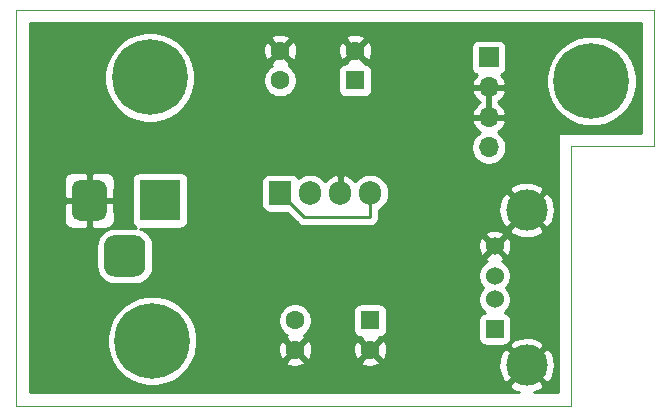
<source format=gbr>
%TF.GenerationSoftware,KiCad,Pcbnew,(5.1.6)-1*%
%TF.CreationDate,2020-05-29T18:25:57-04:00*%
%TF.ProjectId,storjNodePSU,73746f72-6a4e-46f6-9465-5053552e6b69,rev?*%
%TF.SameCoordinates,Original*%
%TF.FileFunction,Copper,L2,Bot*%
%TF.FilePolarity,Positive*%
%FSLAX46Y46*%
G04 Gerber Fmt 4.6, Leading zero omitted, Abs format (unit mm)*
G04 Created by KiCad (PCBNEW (5.1.6)-1) date 2020-05-29 18:25:57*
%MOMM*%
%LPD*%
G01*
G04 APERTURE LIST*
%TA.AperFunction,Profile*%
%ADD10C,0.050000*%
%TD*%
%TA.AperFunction,ComponentPad*%
%ADD11C,6.400000*%
%TD*%
%TA.AperFunction,ComponentPad*%
%ADD12C,0.800000*%
%TD*%
%TA.AperFunction,ComponentPad*%
%ADD13R,1.600000X1.600000*%
%TD*%
%TA.AperFunction,ComponentPad*%
%ADD14C,1.600000*%
%TD*%
%TA.AperFunction,ComponentPad*%
%ADD15R,3.500000X3.500000*%
%TD*%
%TA.AperFunction,ComponentPad*%
%ADD16C,3.500000*%
%TD*%
%TA.AperFunction,ComponentPad*%
%ADD17R,1.524000X1.524000*%
%TD*%
%TA.AperFunction,ComponentPad*%
%ADD18C,1.524000*%
%TD*%
%TA.AperFunction,ComponentPad*%
%ADD19R,1.700000X1.700000*%
%TD*%
%TA.AperFunction,ComponentPad*%
%ADD20O,1.700000X1.700000*%
%TD*%
%TA.AperFunction,ComponentPad*%
%ADD21R,1.905000X2.000000*%
%TD*%
%TA.AperFunction,ComponentPad*%
%ADD22O,1.905000X2.000000*%
%TD*%
%TA.AperFunction,Conductor*%
%ADD23C,0.250000*%
%TD*%
%TA.AperFunction,Conductor*%
%ADD24C,0.254000*%
%TD*%
G04 APERTURE END LIST*
D10*
X141500000Y-113500000D02*
X141500000Y-135500000D01*
X148500000Y-113500000D02*
X141500000Y-113500000D01*
X148500000Y-102000000D02*
X148500000Y-113500000D01*
X147000000Y-102000000D02*
X148500000Y-102000000D01*
X147000000Y-102000000D02*
X94500000Y-102000000D01*
X94500000Y-112500000D02*
X94500000Y-102000000D01*
X94500000Y-135500000D02*
X141500000Y-135500000D01*
X94500000Y-112500000D02*
X94500000Y-135500000D01*
D11*
%TO.P,MH3,1*%
%TO.N,N/C*%
X143200000Y-108000000D03*
D12*
X145600000Y-108000000D03*
X144897056Y-109697056D03*
X143200000Y-110400000D03*
X141502944Y-109697056D03*
X140800000Y-108000000D03*
X141502944Y-106302944D03*
X143200000Y-105600000D03*
X144897056Y-106302944D03*
%TD*%
D11*
%TO.P,MH2,1*%
%TO.N,N/C*%
X106000000Y-130000000D03*
D12*
X108400000Y-130000000D03*
X107697056Y-131697056D03*
X106000000Y-132400000D03*
X104302944Y-131697056D03*
X103600000Y-130000000D03*
X104302944Y-128302944D03*
X106000000Y-127600000D03*
X107697056Y-128302944D03*
%TD*%
%TO.P,MH1,1*%
%TO.N,N/C*%
X107500000Y-106000000D03*
X105802944Y-105297056D03*
X104105888Y-106000000D03*
X103402944Y-107697056D03*
X104105888Y-109394112D03*
X105802944Y-110097056D03*
X107500000Y-109394112D03*
X108202944Y-107697056D03*
D11*
X105802944Y-107697056D03*
%TD*%
D13*
%TO.P,C1,1*%
%TO.N,+12V*%
X123190000Y-107950000D03*
D14*
%TO.P,C1,2*%
%TO.N,GND*%
X123190000Y-105450000D03*
%TD*%
%TO.P,C2,2*%
%TO.N,GND*%
X124460000Y-130770000D03*
D13*
%TO.P,C2,1*%
%TO.N,+5V*%
X124460000Y-128270000D03*
%TD*%
D14*
%TO.P,C3,1*%
%TO.N,+12V*%
X116840000Y-107950000D03*
%TO.P,C3,2*%
%TO.N,GND*%
X116840000Y-105450000D03*
%TD*%
%TO.P,C4,2*%
%TO.N,GND*%
X118110000Y-130770000D03*
%TO.P,C4,1*%
%TO.N,+5V*%
X118110000Y-128270000D03*
%TD*%
D15*
%TO.P,J1,1*%
%TO.N,+12V*%
X106680000Y-118110000D03*
%TO.P,J1,2*%
%TO.N,GND*%
%TA.AperFunction,ComponentPad*%
G36*
G01*
X99180000Y-119110000D02*
X99180000Y-117110000D01*
G75*
G02*
X99930000Y-116360000I750000J0D01*
G01*
X101430000Y-116360000D01*
G75*
G02*
X102180000Y-117110000I0J-750000D01*
G01*
X102180000Y-119110000D01*
G75*
G02*
X101430000Y-119860000I-750000J0D01*
G01*
X99930000Y-119860000D01*
G75*
G02*
X99180000Y-119110000I0J750000D01*
G01*
G37*
%TD.AperFunction*%
%TO.P,J1,3*%
%TO.N,N/C*%
%TA.AperFunction,ComponentPad*%
G36*
G01*
X101930000Y-123685000D02*
X101930000Y-121935000D01*
G75*
G02*
X102805000Y-121060000I875000J0D01*
G01*
X104555000Y-121060000D01*
G75*
G02*
X105430000Y-121935000I0J-875000D01*
G01*
X105430000Y-123685000D01*
G75*
G02*
X104555000Y-124560000I-875000J0D01*
G01*
X102805000Y-124560000D01*
G75*
G02*
X101930000Y-123685000I0J875000D01*
G01*
G37*
%TD.AperFunction*%
%TD*%
D16*
%TO.P,J3,5*%
%TO.N,GND*%
X137710000Y-118930000D03*
X137710000Y-132070000D03*
D17*
%TO.P,J3,1*%
%TO.N,+5V*%
X135000000Y-129000000D03*
D18*
%TO.P,J3,2*%
%TO.N,Net-(J3-Pad2)*%
X135000000Y-126500000D03*
%TO.P,J3,3*%
%TO.N,Net-(J3-Pad3)*%
X135000000Y-124500000D03*
%TO.P,J3,4*%
%TO.N,GND*%
X135000000Y-122000000D03*
%TD*%
D19*
%TO.P,J4,1*%
%TO.N,+12V*%
X134500000Y-106000000D03*
D20*
%TO.P,J4,2*%
%TO.N,GND*%
X134500000Y-108540000D03*
%TO.P,J4,3*%
X134500000Y-111080000D03*
%TO.P,J4,4*%
%TO.N,+5V*%
X134500000Y-113620000D03*
%TD*%
D21*
%TO.P,U1,1*%
%TO.N,+12V*%
X116840000Y-117500000D03*
D22*
%TO.P,U1,2*%
%TO.N,+5V*%
X119380000Y-117500000D03*
%TO.P,U1,3*%
%TO.N,GND*%
X121920000Y-117500000D03*
%TO.P,U1,4*%
%TO.N,+12V*%
X124460000Y-117500000D03*
%TD*%
D23*
%TO.N,+12V*%
X124460000Y-117500000D02*
X124460000Y-119540000D01*
X118880000Y-119540000D02*
X116840000Y-117500000D01*
X124460000Y-119540000D02*
X118880000Y-119540000D01*
%TD*%
D24*
%TO.N,GND*%
G36*
X147373000Y-112373000D02*
G01*
X140500000Y-112373000D01*
X140475224Y-112375440D01*
X140451399Y-112382667D01*
X140429443Y-112394403D01*
X140410197Y-112410197D01*
X140394403Y-112429443D01*
X140382667Y-112451399D01*
X140375440Y-112475224D01*
X140373000Y-112500000D01*
X140373000Y-134373000D01*
X138338074Y-134373000D01*
X138657468Y-134271297D01*
X139013927Y-134080766D01*
X139200003Y-133739609D01*
X137710000Y-132249605D01*
X136219997Y-133739609D01*
X136406073Y-134080766D01*
X136823409Y-134296513D01*
X137088626Y-134373000D01*
X95627000Y-134373000D01*
X95627000Y-129622285D01*
X102165000Y-129622285D01*
X102165000Y-130377715D01*
X102312377Y-131118628D01*
X102601467Y-131816554D01*
X103021161Y-132444670D01*
X103555330Y-132978839D01*
X104183446Y-133398533D01*
X104881372Y-133687623D01*
X105622285Y-133835000D01*
X106377715Y-133835000D01*
X107118628Y-133687623D01*
X107816554Y-133398533D01*
X108444670Y-132978839D01*
X108978839Y-132444670D01*
X109398533Y-131816554D01*
X109420839Y-131762702D01*
X117296903Y-131762702D01*
X117368486Y-132006671D01*
X117623996Y-132127571D01*
X117898184Y-132196300D01*
X118180512Y-132210217D01*
X118460130Y-132168787D01*
X118726292Y-132073603D01*
X118851514Y-132006671D01*
X118923097Y-131762702D01*
X123646903Y-131762702D01*
X123718486Y-132006671D01*
X123973996Y-132127571D01*
X124248184Y-132196300D01*
X124530512Y-132210217D01*
X124810130Y-132168787D01*
X124994240Y-132102946D01*
X135313687Y-132102946D01*
X135366158Y-132569811D01*
X135508703Y-133017468D01*
X135699234Y-133373927D01*
X136040391Y-133560003D01*
X137530395Y-132070000D01*
X137889605Y-132070000D01*
X139379609Y-133560003D01*
X139720766Y-133373927D01*
X139936513Y-132956591D01*
X140066696Y-132505185D01*
X140106313Y-132037054D01*
X140053842Y-131570189D01*
X139911297Y-131122532D01*
X139720766Y-130766073D01*
X139379609Y-130579997D01*
X137889605Y-132070000D01*
X137530395Y-132070000D01*
X136040391Y-130579997D01*
X135699234Y-130766073D01*
X135483487Y-131183409D01*
X135353304Y-131634815D01*
X135313687Y-132102946D01*
X124994240Y-132102946D01*
X125076292Y-132073603D01*
X125201514Y-132006671D01*
X125273097Y-131762702D01*
X124460000Y-130949605D01*
X123646903Y-131762702D01*
X118923097Y-131762702D01*
X118110000Y-130949605D01*
X117296903Y-131762702D01*
X109420839Y-131762702D01*
X109687623Y-131118628D01*
X109742943Y-130840512D01*
X116669783Y-130840512D01*
X116711213Y-131120130D01*
X116806397Y-131386292D01*
X116873329Y-131511514D01*
X117117298Y-131583097D01*
X117930395Y-130770000D01*
X118289605Y-130770000D01*
X119102702Y-131583097D01*
X119346671Y-131511514D01*
X119467571Y-131256004D01*
X119536300Y-130981816D01*
X119543265Y-130840512D01*
X123019783Y-130840512D01*
X123061213Y-131120130D01*
X123156397Y-131386292D01*
X123223329Y-131511514D01*
X123467298Y-131583097D01*
X124280395Y-130770000D01*
X124639605Y-130770000D01*
X125452702Y-131583097D01*
X125696671Y-131511514D01*
X125817571Y-131256004D01*
X125886300Y-130981816D01*
X125900217Y-130699488D01*
X125858787Y-130419870D01*
X125851821Y-130400391D01*
X136219997Y-130400391D01*
X137710000Y-131890395D01*
X139200003Y-130400391D01*
X139013927Y-130059234D01*
X138596591Y-129843487D01*
X138145185Y-129713304D01*
X137677054Y-129673687D01*
X137210189Y-129726158D01*
X136762532Y-129868703D01*
X136406073Y-130059234D01*
X136219997Y-130400391D01*
X125851821Y-130400391D01*
X125763603Y-130153708D01*
X125696671Y-130028486D01*
X125452702Y-129956903D01*
X124639605Y-130770000D01*
X124280395Y-130770000D01*
X123467298Y-129956903D01*
X123223329Y-130028486D01*
X123102429Y-130283996D01*
X123033700Y-130558184D01*
X123019783Y-130840512D01*
X119543265Y-130840512D01*
X119550217Y-130699488D01*
X119508787Y-130419870D01*
X119413603Y-130153708D01*
X119346671Y-130028486D01*
X119102702Y-129956903D01*
X118289605Y-130770000D01*
X117930395Y-130770000D01*
X117117298Y-129956903D01*
X116873329Y-130028486D01*
X116752429Y-130283996D01*
X116683700Y-130558184D01*
X116669783Y-130840512D01*
X109742943Y-130840512D01*
X109835000Y-130377715D01*
X109835000Y-129622285D01*
X109687623Y-128881372D01*
X109398533Y-128183446D01*
X109361930Y-128128665D01*
X116675000Y-128128665D01*
X116675000Y-128411335D01*
X116730147Y-128688574D01*
X116838320Y-128949727D01*
X116995363Y-129184759D01*
X117195241Y-129384637D01*
X117395869Y-129518692D01*
X117368486Y-129533329D01*
X117296903Y-129777298D01*
X118110000Y-130590395D01*
X118923097Y-129777298D01*
X118851514Y-129533329D01*
X118822659Y-129519676D01*
X119024759Y-129384637D01*
X119224637Y-129184759D01*
X119381680Y-128949727D01*
X119489853Y-128688574D01*
X119545000Y-128411335D01*
X119545000Y-128128665D01*
X119489853Y-127851426D01*
X119381680Y-127590273D01*
X119301317Y-127470000D01*
X123021928Y-127470000D01*
X123021928Y-129070000D01*
X123034188Y-129194482D01*
X123070498Y-129314180D01*
X123129463Y-129424494D01*
X123208815Y-129521185D01*
X123305506Y-129600537D01*
X123415820Y-129659502D01*
X123535518Y-129695812D01*
X123660000Y-129708072D01*
X123667215Y-129708072D01*
X123646903Y-129777298D01*
X124460000Y-130590395D01*
X125273097Y-129777298D01*
X125252785Y-129708072D01*
X125260000Y-129708072D01*
X125384482Y-129695812D01*
X125504180Y-129659502D01*
X125614494Y-129600537D01*
X125711185Y-129521185D01*
X125790537Y-129424494D01*
X125849502Y-129314180D01*
X125885812Y-129194482D01*
X125898072Y-129070000D01*
X125898072Y-128238000D01*
X133599928Y-128238000D01*
X133599928Y-129762000D01*
X133612188Y-129886482D01*
X133648498Y-130006180D01*
X133707463Y-130116494D01*
X133786815Y-130213185D01*
X133883506Y-130292537D01*
X133993820Y-130351502D01*
X134113518Y-130387812D01*
X134238000Y-130400072D01*
X135762000Y-130400072D01*
X135886482Y-130387812D01*
X136006180Y-130351502D01*
X136116494Y-130292537D01*
X136213185Y-130213185D01*
X136292537Y-130116494D01*
X136351502Y-130006180D01*
X136387812Y-129886482D01*
X136400072Y-129762000D01*
X136400072Y-128238000D01*
X136387812Y-128113518D01*
X136351502Y-127993820D01*
X136292537Y-127883506D01*
X136213185Y-127786815D01*
X136116494Y-127707463D01*
X136006180Y-127648498D01*
X135886482Y-127612188D01*
X135854708Y-127609059D01*
X135890535Y-127585120D01*
X136085120Y-127390535D01*
X136238005Y-127161727D01*
X136343314Y-126907490D01*
X136397000Y-126637592D01*
X136397000Y-126362408D01*
X136343314Y-126092510D01*
X136238005Y-125838273D01*
X136085120Y-125609465D01*
X135975655Y-125500000D01*
X136085120Y-125390535D01*
X136238005Y-125161727D01*
X136343314Y-124907490D01*
X136397000Y-124637592D01*
X136397000Y-124362408D01*
X136343314Y-124092510D01*
X136238005Y-123838273D01*
X136085120Y-123609465D01*
X135890535Y-123414880D01*
X135661727Y-123261995D01*
X135634599Y-123250758D01*
X135718980Y-123205656D01*
X135785960Y-122965565D01*
X135000000Y-122179605D01*
X134214040Y-122965565D01*
X134281020Y-123205656D01*
X134371533Y-123248218D01*
X134338273Y-123261995D01*
X134109465Y-123414880D01*
X133914880Y-123609465D01*
X133761995Y-123838273D01*
X133656686Y-124092510D01*
X133603000Y-124362408D01*
X133603000Y-124637592D01*
X133656686Y-124907490D01*
X133761995Y-125161727D01*
X133914880Y-125390535D01*
X134024345Y-125500000D01*
X133914880Y-125609465D01*
X133761995Y-125838273D01*
X133656686Y-126092510D01*
X133603000Y-126362408D01*
X133603000Y-126637592D01*
X133656686Y-126907490D01*
X133761995Y-127161727D01*
X133914880Y-127390535D01*
X134109465Y-127585120D01*
X134145292Y-127609059D01*
X134113518Y-127612188D01*
X133993820Y-127648498D01*
X133883506Y-127707463D01*
X133786815Y-127786815D01*
X133707463Y-127883506D01*
X133648498Y-127993820D01*
X133612188Y-128113518D01*
X133599928Y-128238000D01*
X125898072Y-128238000D01*
X125898072Y-127470000D01*
X125885812Y-127345518D01*
X125849502Y-127225820D01*
X125790537Y-127115506D01*
X125711185Y-127018815D01*
X125614494Y-126939463D01*
X125504180Y-126880498D01*
X125384482Y-126844188D01*
X125260000Y-126831928D01*
X123660000Y-126831928D01*
X123535518Y-126844188D01*
X123415820Y-126880498D01*
X123305506Y-126939463D01*
X123208815Y-127018815D01*
X123129463Y-127115506D01*
X123070498Y-127225820D01*
X123034188Y-127345518D01*
X123021928Y-127470000D01*
X119301317Y-127470000D01*
X119224637Y-127355241D01*
X119024759Y-127155363D01*
X118789727Y-126998320D01*
X118528574Y-126890147D01*
X118251335Y-126835000D01*
X117968665Y-126835000D01*
X117691426Y-126890147D01*
X117430273Y-126998320D01*
X117195241Y-127155363D01*
X116995363Y-127355241D01*
X116838320Y-127590273D01*
X116730147Y-127851426D01*
X116675000Y-128128665D01*
X109361930Y-128128665D01*
X108978839Y-127555330D01*
X108444670Y-127021161D01*
X107816554Y-126601467D01*
X107118628Y-126312377D01*
X106377715Y-126165000D01*
X105622285Y-126165000D01*
X104881372Y-126312377D01*
X104183446Y-126601467D01*
X103555330Y-127021161D01*
X103021161Y-127555330D01*
X102601467Y-128183446D01*
X102312377Y-128881372D01*
X102165000Y-129622285D01*
X95627000Y-129622285D01*
X95627000Y-121935000D01*
X101291928Y-121935000D01*
X101291928Y-123685000D01*
X101321001Y-123980186D01*
X101407104Y-124264028D01*
X101546927Y-124525618D01*
X101735097Y-124754903D01*
X101964382Y-124943073D01*
X102225972Y-125082896D01*
X102509814Y-125168999D01*
X102805000Y-125198072D01*
X104555000Y-125198072D01*
X104850186Y-125168999D01*
X105134028Y-125082896D01*
X105395618Y-124943073D01*
X105624903Y-124754903D01*
X105813073Y-124525618D01*
X105952896Y-124264028D01*
X106038999Y-123980186D01*
X106068072Y-123685000D01*
X106068072Y-122072017D01*
X133598090Y-122072017D01*
X133639078Y-122344133D01*
X133732364Y-122603023D01*
X133794344Y-122718980D01*
X134034435Y-122785960D01*
X134820395Y-122000000D01*
X135179605Y-122000000D01*
X135965565Y-122785960D01*
X136205656Y-122718980D01*
X136322756Y-122469952D01*
X136389023Y-122202865D01*
X136401910Y-121927983D01*
X136360922Y-121655867D01*
X136267636Y-121396977D01*
X136205656Y-121281020D01*
X135965565Y-121214040D01*
X135179605Y-122000000D01*
X134820395Y-122000000D01*
X134034435Y-121214040D01*
X133794344Y-121281020D01*
X133677244Y-121530048D01*
X133610977Y-121797135D01*
X133598090Y-122072017D01*
X106068072Y-122072017D01*
X106068072Y-121935000D01*
X106038999Y-121639814D01*
X105952896Y-121355972D01*
X105813073Y-121094382D01*
X105763876Y-121034435D01*
X134214040Y-121034435D01*
X135000000Y-121820395D01*
X135785960Y-121034435D01*
X135718980Y-120794344D01*
X135469952Y-120677244D01*
X135202865Y-120610977D01*
X134960384Y-120599609D01*
X136219997Y-120599609D01*
X136406073Y-120940766D01*
X136823409Y-121156513D01*
X137274815Y-121286696D01*
X137742946Y-121326313D01*
X138209811Y-121273842D01*
X138657468Y-121131297D01*
X139013927Y-120940766D01*
X139200003Y-120599609D01*
X137710000Y-119109605D01*
X136219997Y-120599609D01*
X134960384Y-120599609D01*
X134927983Y-120598090D01*
X134655867Y-120639078D01*
X134396977Y-120732364D01*
X134281020Y-120794344D01*
X134214040Y-121034435D01*
X105763876Y-121034435D01*
X105624903Y-120865097D01*
X105395618Y-120676927D01*
X105134028Y-120537104D01*
X105005357Y-120498072D01*
X108430000Y-120498072D01*
X108554482Y-120485812D01*
X108674180Y-120449502D01*
X108784494Y-120390537D01*
X108881185Y-120311185D01*
X108960537Y-120214494D01*
X109019502Y-120104180D01*
X109055812Y-119984482D01*
X109068072Y-119860000D01*
X109068072Y-116500000D01*
X115249428Y-116500000D01*
X115249428Y-118500000D01*
X115261688Y-118624482D01*
X115297998Y-118744180D01*
X115356963Y-118854494D01*
X115436315Y-118951185D01*
X115533006Y-119030537D01*
X115643320Y-119089502D01*
X115763018Y-119125812D01*
X115887500Y-119138072D01*
X117403270Y-119138072D01*
X118316201Y-120051003D01*
X118339999Y-120080001D01*
X118455724Y-120174974D01*
X118587753Y-120245546D01*
X118731014Y-120289003D01*
X118842667Y-120300000D01*
X118842675Y-120300000D01*
X118880000Y-120303676D01*
X118917325Y-120300000D01*
X124422667Y-120300000D01*
X124460000Y-120303677D01*
X124608986Y-120289003D01*
X124752247Y-120245546D01*
X124884276Y-120174974D01*
X125000001Y-120080001D01*
X125094974Y-119964276D01*
X125165546Y-119832247D01*
X125209003Y-119688986D01*
X125220000Y-119577333D01*
X125223677Y-119540000D01*
X125220000Y-119502667D01*
X125220000Y-118962946D01*
X135313687Y-118962946D01*
X135366158Y-119429811D01*
X135508703Y-119877468D01*
X135699234Y-120233927D01*
X136040391Y-120420003D01*
X137530395Y-118930000D01*
X137889605Y-118930000D01*
X139379609Y-120420003D01*
X139720766Y-120233927D01*
X139936513Y-119816591D01*
X140066696Y-119365185D01*
X140106313Y-118897054D01*
X140053842Y-118430189D01*
X139911297Y-117982532D01*
X139720766Y-117626073D01*
X139379609Y-117439997D01*
X137889605Y-118930000D01*
X137530395Y-118930000D01*
X136040391Y-117439997D01*
X135699234Y-117626073D01*
X135483487Y-118043409D01*
X135353304Y-118494815D01*
X135313687Y-118962946D01*
X125220000Y-118962946D01*
X125220000Y-118941319D01*
X125346235Y-118873845D01*
X125587963Y-118675463D01*
X125786345Y-118433734D01*
X125933755Y-118157948D01*
X126024530Y-117858703D01*
X126047500Y-117625485D01*
X126047500Y-117374514D01*
X126036260Y-117260391D01*
X136219997Y-117260391D01*
X137710000Y-118750395D01*
X139200003Y-117260391D01*
X139013927Y-116919234D01*
X138596591Y-116703487D01*
X138145185Y-116573304D01*
X137677054Y-116533687D01*
X137210189Y-116586158D01*
X136762532Y-116728703D01*
X136406073Y-116919234D01*
X136219997Y-117260391D01*
X126036260Y-117260391D01*
X126024530Y-117141296D01*
X125933755Y-116842051D01*
X125786345Y-116566265D01*
X125587963Y-116324537D01*
X125346234Y-116126155D01*
X125070448Y-115978745D01*
X124771203Y-115887970D01*
X124460000Y-115857319D01*
X124148796Y-115887970D01*
X123849551Y-115978745D01*
X123573765Y-116126155D01*
X123332037Y-116324537D01*
X123184838Y-116503900D01*
X123029437Y-116318685D01*
X122786923Y-116124031D01*
X122511094Y-115980429D01*
X122292980Y-115909437D01*
X122047000Y-116029406D01*
X122047000Y-117373000D01*
X122067000Y-117373000D01*
X122067000Y-117627000D01*
X122047000Y-117627000D01*
X122047000Y-117647000D01*
X121793000Y-117647000D01*
X121793000Y-117627000D01*
X121773000Y-117627000D01*
X121773000Y-117373000D01*
X121793000Y-117373000D01*
X121793000Y-116029406D01*
X121547020Y-115909437D01*
X121328906Y-115980429D01*
X121053077Y-116124031D01*
X120810563Y-116318685D01*
X120655163Y-116503899D01*
X120507963Y-116324537D01*
X120266234Y-116126155D01*
X119990448Y-115978745D01*
X119691203Y-115887970D01*
X119380000Y-115857319D01*
X119068796Y-115887970D01*
X118769551Y-115978745D01*
X118493765Y-116126155D01*
X118367905Y-116229446D01*
X118323037Y-116145506D01*
X118243685Y-116048815D01*
X118146994Y-115969463D01*
X118036680Y-115910498D01*
X117916982Y-115874188D01*
X117792500Y-115861928D01*
X115887500Y-115861928D01*
X115763018Y-115874188D01*
X115643320Y-115910498D01*
X115533006Y-115969463D01*
X115436315Y-116048815D01*
X115356963Y-116145506D01*
X115297998Y-116255820D01*
X115261688Y-116375518D01*
X115249428Y-116500000D01*
X109068072Y-116500000D01*
X109068072Y-116360000D01*
X109055812Y-116235518D01*
X109019502Y-116115820D01*
X108960537Y-116005506D01*
X108881185Y-115908815D01*
X108784494Y-115829463D01*
X108674180Y-115770498D01*
X108554482Y-115734188D01*
X108430000Y-115721928D01*
X104930000Y-115721928D01*
X104805518Y-115734188D01*
X104685820Y-115770498D01*
X104575506Y-115829463D01*
X104478815Y-115908815D01*
X104399463Y-116005506D01*
X104340498Y-116115820D01*
X104304188Y-116235518D01*
X104291928Y-116360000D01*
X104291928Y-119860000D01*
X104304188Y-119984482D01*
X104340498Y-120104180D01*
X104399463Y-120214494D01*
X104478815Y-120311185D01*
X104575506Y-120390537D01*
X104652131Y-120431494D01*
X104555000Y-120421928D01*
X102805000Y-120421928D01*
X102509814Y-120451001D01*
X102225972Y-120537104D01*
X101964382Y-120676927D01*
X101735097Y-120865097D01*
X101546927Y-121094382D01*
X101407104Y-121355972D01*
X101321001Y-121639814D01*
X101291928Y-121935000D01*
X95627000Y-121935000D01*
X95627000Y-119860000D01*
X98541928Y-119860000D01*
X98554188Y-119984482D01*
X98590498Y-120104180D01*
X98649463Y-120214494D01*
X98728815Y-120311185D01*
X98825506Y-120390537D01*
X98935820Y-120449502D01*
X99055518Y-120485812D01*
X99180000Y-120498072D01*
X100394250Y-120495000D01*
X100553000Y-120336250D01*
X100553000Y-118237000D01*
X100807000Y-118237000D01*
X100807000Y-120336250D01*
X100965750Y-120495000D01*
X102180000Y-120498072D01*
X102304482Y-120485812D01*
X102424180Y-120449502D01*
X102534494Y-120390537D01*
X102631185Y-120311185D01*
X102710537Y-120214494D01*
X102769502Y-120104180D01*
X102805812Y-119984482D01*
X102818072Y-119860000D01*
X102815000Y-118395750D01*
X102656250Y-118237000D01*
X100807000Y-118237000D01*
X100553000Y-118237000D01*
X98703750Y-118237000D01*
X98545000Y-118395750D01*
X98541928Y-119860000D01*
X95627000Y-119860000D01*
X95627000Y-116360000D01*
X98541928Y-116360000D01*
X98545000Y-117824250D01*
X98703750Y-117983000D01*
X100553000Y-117983000D01*
X100553000Y-115883750D01*
X100807000Y-115883750D01*
X100807000Y-117983000D01*
X102656250Y-117983000D01*
X102815000Y-117824250D01*
X102818072Y-116360000D01*
X102805812Y-116235518D01*
X102769502Y-116115820D01*
X102710537Y-116005506D01*
X102631185Y-115908815D01*
X102534494Y-115829463D01*
X102424180Y-115770498D01*
X102304482Y-115734188D01*
X102180000Y-115721928D01*
X100965750Y-115725000D01*
X100807000Y-115883750D01*
X100553000Y-115883750D01*
X100394250Y-115725000D01*
X99180000Y-115721928D01*
X99055518Y-115734188D01*
X98935820Y-115770498D01*
X98825506Y-115829463D01*
X98728815Y-115908815D01*
X98649463Y-116005506D01*
X98590498Y-116115820D01*
X98554188Y-116235518D01*
X98541928Y-116360000D01*
X95627000Y-116360000D01*
X95627000Y-113473740D01*
X133015000Y-113473740D01*
X133015000Y-113766260D01*
X133072068Y-114053158D01*
X133184010Y-114323411D01*
X133346525Y-114566632D01*
X133553368Y-114773475D01*
X133796589Y-114935990D01*
X134066842Y-115047932D01*
X134353740Y-115105000D01*
X134646260Y-115105000D01*
X134933158Y-115047932D01*
X135203411Y-114935990D01*
X135446632Y-114773475D01*
X135653475Y-114566632D01*
X135815990Y-114323411D01*
X135927932Y-114053158D01*
X135985000Y-113766260D01*
X135985000Y-113473740D01*
X135927932Y-113186842D01*
X135815990Y-112916589D01*
X135653475Y-112673368D01*
X135446632Y-112466525D01*
X135264466Y-112344805D01*
X135381355Y-112275178D01*
X135597588Y-112080269D01*
X135771641Y-111846920D01*
X135896825Y-111584099D01*
X135941476Y-111436890D01*
X135820155Y-111207000D01*
X134627000Y-111207000D01*
X134627000Y-111227000D01*
X134373000Y-111227000D01*
X134373000Y-111207000D01*
X133179845Y-111207000D01*
X133058524Y-111436890D01*
X133103175Y-111584099D01*
X133228359Y-111846920D01*
X133402412Y-112080269D01*
X133618645Y-112275178D01*
X133735534Y-112344805D01*
X133553368Y-112466525D01*
X133346525Y-112673368D01*
X133184010Y-112916589D01*
X133072068Y-113186842D01*
X133015000Y-113473740D01*
X95627000Y-113473740D01*
X95627000Y-107319341D01*
X101967944Y-107319341D01*
X101967944Y-108074771D01*
X102115321Y-108815684D01*
X102404411Y-109513610D01*
X102824105Y-110141726D01*
X103358274Y-110675895D01*
X103986390Y-111095589D01*
X104684316Y-111384679D01*
X105425229Y-111532056D01*
X106180659Y-111532056D01*
X106921572Y-111384679D01*
X107619498Y-111095589D01*
X108247614Y-110675895D01*
X108781783Y-110141726D01*
X109201477Y-109513610D01*
X109490567Y-108815684D01*
X109637944Y-108074771D01*
X109637944Y-107808665D01*
X115405000Y-107808665D01*
X115405000Y-108091335D01*
X115460147Y-108368574D01*
X115568320Y-108629727D01*
X115725363Y-108864759D01*
X115925241Y-109064637D01*
X116160273Y-109221680D01*
X116421426Y-109329853D01*
X116698665Y-109385000D01*
X116981335Y-109385000D01*
X117258574Y-109329853D01*
X117519727Y-109221680D01*
X117754759Y-109064637D01*
X117954637Y-108864759D01*
X118111680Y-108629727D01*
X118219853Y-108368574D01*
X118275000Y-108091335D01*
X118275000Y-107808665D01*
X118219853Y-107531426D01*
X118111680Y-107270273D01*
X118031317Y-107150000D01*
X121751928Y-107150000D01*
X121751928Y-108750000D01*
X121764188Y-108874482D01*
X121800498Y-108994180D01*
X121859463Y-109104494D01*
X121938815Y-109201185D01*
X122035506Y-109280537D01*
X122145820Y-109339502D01*
X122265518Y-109375812D01*
X122390000Y-109388072D01*
X123990000Y-109388072D01*
X124114482Y-109375812D01*
X124234180Y-109339502D01*
X124344494Y-109280537D01*
X124441185Y-109201185D01*
X124520537Y-109104494D01*
X124579502Y-108994180D01*
X124609014Y-108896890D01*
X133058524Y-108896890D01*
X133103175Y-109044099D01*
X133228359Y-109306920D01*
X133402412Y-109540269D01*
X133618645Y-109735178D01*
X133744255Y-109810000D01*
X133618645Y-109884822D01*
X133402412Y-110079731D01*
X133228359Y-110313080D01*
X133103175Y-110575901D01*
X133058524Y-110723110D01*
X133179845Y-110953000D01*
X134373000Y-110953000D01*
X134373000Y-108667000D01*
X134627000Y-108667000D01*
X134627000Y-110953000D01*
X135820155Y-110953000D01*
X135941476Y-110723110D01*
X135896825Y-110575901D01*
X135771641Y-110313080D01*
X135597588Y-110079731D01*
X135381355Y-109884822D01*
X135255745Y-109810000D01*
X135381355Y-109735178D01*
X135597588Y-109540269D01*
X135771641Y-109306920D01*
X135896825Y-109044099D01*
X135941476Y-108896890D01*
X135820155Y-108667000D01*
X134627000Y-108667000D01*
X134373000Y-108667000D01*
X133179845Y-108667000D01*
X133058524Y-108896890D01*
X124609014Y-108896890D01*
X124615812Y-108874482D01*
X124628072Y-108750000D01*
X124628072Y-107150000D01*
X124615812Y-107025518D01*
X124579502Y-106905820D01*
X124520537Y-106795506D01*
X124441185Y-106698815D01*
X124344494Y-106619463D01*
X124234180Y-106560498D01*
X124114482Y-106524188D01*
X123990000Y-106511928D01*
X123982785Y-106511928D01*
X124003097Y-106442702D01*
X123190000Y-105629605D01*
X122376903Y-106442702D01*
X122397215Y-106511928D01*
X122390000Y-106511928D01*
X122265518Y-106524188D01*
X122145820Y-106560498D01*
X122035506Y-106619463D01*
X121938815Y-106698815D01*
X121859463Y-106795506D01*
X121800498Y-106905820D01*
X121764188Y-107025518D01*
X121751928Y-107150000D01*
X118031317Y-107150000D01*
X117954637Y-107035241D01*
X117754759Y-106835363D01*
X117554131Y-106701308D01*
X117581514Y-106686671D01*
X117653097Y-106442702D01*
X116840000Y-105629605D01*
X116026903Y-106442702D01*
X116098486Y-106686671D01*
X116127341Y-106700324D01*
X115925241Y-106835363D01*
X115725363Y-107035241D01*
X115568320Y-107270273D01*
X115460147Y-107531426D01*
X115405000Y-107808665D01*
X109637944Y-107808665D01*
X109637944Y-107319341D01*
X109490567Y-106578428D01*
X109201477Y-105880502D01*
X108960940Y-105520512D01*
X115399783Y-105520512D01*
X115441213Y-105800130D01*
X115536397Y-106066292D01*
X115603329Y-106191514D01*
X115847298Y-106263097D01*
X116660395Y-105450000D01*
X117019605Y-105450000D01*
X117832702Y-106263097D01*
X118076671Y-106191514D01*
X118197571Y-105936004D01*
X118266300Y-105661816D01*
X118273265Y-105520512D01*
X121749783Y-105520512D01*
X121791213Y-105800130D01*
X121886397Y-106066292D01*
X121953329Y-106191514D01*
X122197298Y-106263097D01*
X123010395Y-105450000D01*
X123369605Y-105450000D01*
X124182702Y-106263097D01*
X124426671Y-106191514D01*
X124547571Y-105936004D01*
X124616300Y-105661816D01*
X124630217Y-105379488D01*
X124596215Y-105150000D01*
X133011928Y-105150000D01*
X133011928Y-106850000D01*
X133024188Y-106974482D01*
X133060498Y-107094180D01*
X133119463Y-107204494D01*
X133198815Y-107301185D01*
X133295506Y-107380537D01*
X133405820Y-107439502D01*
X133486466Y-107463966D01*
X133402412Y-107539731D01*
X133228359Y-107773080D01*
X133103175Y-108035901D01*
X133058524Y-108183110D01*
X133179845Y-108413000D01*
X134373000Y-108413000D01*
X134373000Y-108393000D01*
X134627000Y-108393000D01*
X134627000Y-108413000D01*
X135820155Y-108413000D01*
X135941476Y-108183110D01*
X135896825Y-108035901D01*
X135771641Y-107773080D01*
X135659165Y-107622285D01*
X139365000Y-107622285D01*
X139365000Y-108377715D01*
X139512377Y-109118628D01*
X139801467Y-109816554D01*
X140221161Y-110444670D01*
X140755330Y-110978839D01*
X141383446Y-111398533D01*
X142081372Y-111687623D01*
X142822285Y-111835000D01*
X143577715Y-111835000D01*
X144318628Y-111687623D01*
X145016554Y-111398533D01*
X145644670Y-110978839D01*
X146178839Y-110444670D01*
X146598533Y-109816554D01*
X146887623Y-109118628D01*
X147035000Y-108377715D01*
X147035000Y-107622285D01*
X146887623Y-106881372D01*
X146598533Y-106183446D01*
X146178839Y-105555330D01*
X145644670Y-105021161D01*
X145016554Y-104601467D01*
X144318628Y-104312377D01*
X143577715Y-104165000D01*
X142822285Y-104165000D01*
X142081372Y-104312377D01*
X141383446Y-104601467D01*
X140755330Y-105021161D01*
X140221161Y-105555330D01*
X139801467Y-106183446D01*
X139512377Y-106881372D01*
X139365000Y-107622285D01*
X135659165Y-107622285D01*
X135597588Y-107539731D01*
X135513534Y-107463966D01*
X135594180Y-107439502D01*
X135704494Y-107380537D01*
X135801185Y-107301185D01*
X135880537Y-107204494D01*
X135939502Y-107094180D01*
X135975812Y-106974482D01*
X135988072Y-106850000D01*
X135988072Y-105150000D01*
X135975812Y-105025518D01*
X135939502Y-104905820D01*
X135880537Y-104795506D01*
X135801185Y-104698815D01*
X135704494Y-104619463D01*
X135594180Y-104560498D01*
X135474482Y-104524188D01*
X135350000Y-104511928D01*
X133650000Y-104511928D01*
X133525518Y-104524188D01*
X133405820Y-104560498D01*
X133295506Y-104619463D01*
X133198815Y-104698815D01*
X133119463Y-104795506D01*
X133060498Y-104905820D01*
X133024188Y-105025518D01*
X133011928Y-105150000D01*
X124596215Y-105150000D01*
X124588787Y-105099870D01*
X124493603Y-104833708D01*
X124426671Y-104708486D01*
X124182702Y-104636903D01*
X123369605Y-105450000D01*
X123010395Y-105450000D01*
X122197298Y-104636903D01*
X121953329Y-104708486D01*
X121832429Y-104963996D01*
X121763700Y-105238184D01*
X121749783Y-105520512D01*
X118273265Y-105520512D01*
X118280217Y-105379488D01*
X118238787Y-105099870D01*
X118143603Y-104833708D01*
X118076671Y-104708486D01*
X117832702Y-104636903D01*
X117019605Y-105450000D01*
X116660395Y-105450000D01*
X115847298Y-104636903D01*
X115603329Y-104708486D01*
X115482429Y-104963996D01*
X115413700Y-105238184D01*
X115399783Y-105520512D01*
X108960940Y-105520512D01*
X108781783Y-105252386D01*
X108247614Y-104718217D01*
X107857122Y-104457298D01*
X116026903Y-104457298D01*
X116840000Y-105270395D01*
X117653097Y-104457298D01*
X122376903Y-104457298D01*
X123190000Y-105270395D01*
X124003097Y-104457298D01*
X123931514Y-104213329D01*
X123676004Y-104092429D01*
X123401816Y-104023700D01*
X123119488Y-104009783D01*
X122839870Y-104051213D01*
X122573708Y-104146397D01*
X122448486Y-104213329D01*
X122376903Y-104457298D01*
X117653097Y-104457298D01*
X117581514Y-104213329D01*
X117326004Y-104092429D01*
X117051816Y-104023700D01*
X116769488Y-104009783D01*
X116489870Y-104051213D01*
X116223708Y-104146397D01*
X116098486Y-104213329D01*
X116026903Y-104457298D01*
X107857122Y-104457298D01*
X107619498Y-104298523D01*
X106921572Y-104009433D01*
X106180659Y-103862056D01*
X105425229Y-103862056D01*
X104684316Y-104009433D01*
X103986390Y-104298523D01*
X103358274Y-104718217D01*
X102824105Y-105252386D01*
X102404411Y-105880502D01*
X102115321Y-106578428D01*
X101967944Y-107319341D01*
X95627000Y-107319341D01*
X95627000Y-103127000D01*
X147373000Y-103127000D01*
X147373000Y-112373000D01*
G37*
X147373000Y-112373000D02*
X140500000Y-112373000D01*
X140475224Y-112375440D01*
X140451399Y-112382667D01*
X140429443Y-112394403D01*
X140410197Y-112410197D01*
X140394403Y-112429443D01*
X140382667Y-112451399D01*
X140375440Y-112475224D01*
X140373000Y-112500000D01*
X140373000Y-134373000D01*
X138338074Y-134373000D01*
X138657468Y-134271297D01*
X139013927Y-134080766D01*
X139200003Y-133739609D01*
X137710000Y-132249605D01*
X136219997Y-133739609D01*
X136406073Y-134080766D01*
X136823409Y-134296513D01*
X137088626Y-134373000D01*
X95627000Y-134373000D01*
X95627000Y-129622285D01*
X102165000Y-129622285D01*
X102165000Y-130377715D01*
X102312377Y-131118628D01*
X102601467Y-131816554D01*
X103021161Y-132444670D01*
X103555330Y-132978839D01*
X104183446Y-133398533D01*
X104881372Y-133687623D01*
X105622285Y-133835000D01*
X106377715Y-133835000D01*
X107118628Y-133687623D01*
X107816554Y-133398533D01*
X108444670Y-132978839D01*
X108978839Y-132444670D01*
X109398533Y-131816554D01*
X109420839Y-131762702D01*
X117296903Y-131762702D01*
X117368486Y-132006671D01*
X117623996Y-132127571D01*
X117898184Y-132196300D01*
X118180512Y-132210217D01*
X118460130Y-132168787D01*
X118726292Y-132073603D01*
X118851514Y-132006671D01*
X118923097Y-131762702D01*
X123646903Y-131762702D01*
X123718486Y-132006671D01*
X123973996Y-132127571D01*
X124248184Y-132196300D01*
X124530512Y-132210217D01*
X124810130Y-132168787D01*
X124994240Y-132102946D01*
X135313687Y-132102946D01*
X135366158Y-132569811D01*
X135508703Y-133017468D01*
X135699234Y-133373927D01*
X136040391Y-133560003D01*
X137530395Y-132070000D01*
X137889605Y-132070000D01*
X139379609Y-133560003D01*
X139720766Y-133373927D01*
X139936513Y-132956591D01*
X140066696Y-132505185D01*
X140106313Y-132037054D01*
X140053842Y-131570189D01*
X139911297Y-131122532D01*
X139720766Y-130766073D01*
X139379609Y-130579997D01*
X137889605Y-132070000D01*
X137530395Y-132070000D01*
X136040391Y-130579997D01*
X135699234Y-130766073D01*
X135483487Y-131183409D01*
X135353304Y-131634815D01*
X135313687Y-132102946D01*
X124994240Y-132102946D01*
X125076292Y-132073603D01*
X125201514Y-132006671D01*
X125273097Y-131762702D01*
X124460000Y-130949605D01*
X123646903Y-131762702D01*
X118923097Y-131762702D01*
X118110000Y-130949605D01*
X117296903Y-131762702D01*
X109420839Y-131762702D01*
X109687623Y-131118628D01*
X109742943Y-130840512D01*
X116669783Y-130840512D01*
X116711213Y-131120130D01*
X116806397Y-131386292D01*
X116873329Y-131511514D01*
X117117298Y-131583097D01*
X117930395Y-130770000D01*
X118289605Y-130770000D01*
X119102702Y-131583097D01*
X119346671Y-131511514D01*
X119467571Y-131256004D01*
X119536300Y-130981816D01*
X119543265Y-130840512D01*
X123019783Y-130840512D01*
X123061213Y-131120130D01*
X123156397Y-131386292D01*
X123223329Y-131511514D01*
X123467298Y-131583097D01*
X124280395Y-130770000D01*
X124639605Y-130770000D01*
X125452702Y-131583097D01*
X125696671Y-131511514D01*
X125817571Y-131256004D01*
X125886300Y-130981816D01*
X125900217Y-130699488D01*
X125858787Y-130419870D01*
X125851821Y-130400391D01*
X136219997Y-130400391D01*
X137710000Y-131890395D01*
X139200003Y-130400391D01*
X139013927Y-130059234D01*
X138596591Y-129843487D01*
X138145185Y-129713304D01*
X137677054Y-129673687D01*
X137210189Y-129726158D01*
X136762532Y-129868703D01*
X136406073Y-130059234D01*
X136219997Y-130400391D01*
X125851821Y-130400391D01*
X125763603Y-130153708D01*
X125696671Y-130028486D01*
X125452702Y-129956903D01*
X124639605Y-130770000D01*
X124280395Y-130770000D01*
X123467298Y-129956903D01*
X123223329Y-130028486D01*
X123102429Y-130283996D01*
X123033700Y-130558184D01*
X123019783Y-130840512D01*
X119543265Y-130840512D01*
X119550217Y-130699488D01*
X119508787Y-130419870D01*
X119413603Y-130153708D01*
X119346671Y-130028486D01*
X119102702Y-129956903D01*
X118289605Y-130770000D01*
X117930395Y-130770000D01*
X117117298Y-129956903D01*
X116873329Y-130028486D01*
X116752429Y-130283996D01*
X116683700Y-130558184D01*
X116669783Y-130840512D01*
X109742943Y-130840512D01*
X109835000Y-130377715D01*
X109835000Y-129622285D01*
X109687623Y-128881372D01*
X109398533Y-128183446D01*
X109361930Y-128128665D01*
X116675000Y-128128665D01*
X116675000Y-128411335D01*
X116730147Y-128688574D01*
X116838320Y-128949727D01*
X116995363Y-129184759D01*
X117195241Y-129384637D01*
X117395869Y-129518692D01*
X117368486Y-129533329D01*
X117296903Y-129777298D01*
X118110000Y-130590395D01*
X118923097Y-129777298D01*
X118851514Y-129533329D01*
X118822659Y-129519676D01*
X119024759Y-129384637D01*
X119224637Y-129184759D01*
X119381680Y-128949727D01*
X119489853Y-128688574D01*
X119545000Y-128411335D01*
X119545000Y-128128665D01*
X119489853Y-127851426D01*
X119381680Y-127590273D01*
X119301317Y-127470000D01*
X123021928Y-127470000D01*
X123021928Y-129070000D01*
X123034188Y-129194482D01*
X123070498Y-129314180D01*
X123129463Y-129424494D01*
X123208815Y-129521185D01*
X123305506Y-129600537D01*
X123415820Y-129659502D01*
X123535518Y-129695812D01*
X123660000Y-129708072D01*
X123667215Y-129708072D01*
X123646903Y-129777298D01*
X124460000Y-130590395D01*
X125273097Y-129777298D01*
X125252785Y-129708072D01*
X125260000Y-129708072D01*
X125384482Y-129695812D01*
X125504180Y-129659502D01*
X125614494Y-129600537D01*
X125711185Y-129521185D01*
X125790537Y-129424494D01*
X125849502Y-129314180D01*
X125885812Y-129194482D01*
X125898072Y-129070000D01*
X125898072Y-128238000D01*
X133599928Y-128238000D01*
X133599928Y-129762000D01*
X133612188Y-129886482D01*
X133648498Y-130006180D01*
X133707463Y-130116494D01*
X133786815Y-130213185D01*
X133883506Y-130292537D01*
X133993820Y-130351502D01*
X134113518Y-130387812D01*
X134238000Y-130400072D01*
X135762000Y-130400072D01*
X135886482Y-130387812D01*
X136006180Y-130351502D01*
X136116494Y-130292537D01*
X136213185Y-130213185D01*
X136292537Y-130116494D01*
X136351502Y-130006180D01*
X136387812Y-129886482D01*
X136400072Y-129762000D01*
X136400072Y-128238000D01*
X136387812Y-128113518D01*
X136351502Y-127993820D01*
X136292537Y-127883506D01*
X136213185Y-127786815D01*
X136116494Y-127707463D01*
X136006180Y-127648498D01*
X135886482Y-127612188D01*
X135854708Y-127609059D01*
X135890535Y-127585120D01*
X136085120Y-127390535D01*
X136238005Y-127161727D01*
X136343314Y-126907490D01*
X136397000Y-126637592D01*
X136397000Y-126362408D01*
X136343314Y-126092510D01*
X136238005Y-125838273D01*
X136085120Y-125609465D01*
X135975655Y-125500000D01*
X136085120Y-125390535D01*
X136238005Y-125161727D01*
X136343314Y-124907490D01*
X136397000Y-124637592D01*
X136397000Y-124362408D01*
X136343314Y-124092510D01*
X136238005Y-123838273D01*
X136085120Y-123609465D01*
X135890535Y-123414880D01*
X135661727Y-123261995D01*
X135634599Y-123250758D01*
X135718980Y-123205656D01*
X135785960Y-122965565D01*
X135000000Y-122179605D01*
X134214040Y-122965565D01*
X134281020Y-123205656D01*
X134371533Y-123248218D01*
X134338273Y-123261995D01*
X134109465Y-123414880D01*
X133914880Y-123609465D01*
X133761995Y-123838273D01*
X133656686Y-124092510D01*
X133603000Y-124362408D01*
X133603000Y-124637592D01*
X133656686Y-124907490D01*
X133761995Y-125161727D01*
X133914880Y-125390535D01*
X134024345Y-125500000D01*
X133914880Y-125609465D01*
X133761995Y-125838273D01*
X133656686Y-126092510D01*
X133603000Y-126362408D01*
X133603000Y-126637592D01*
X133656686Y-126907490D01*
X133761995Y-127161727D01*
X133914880Y-127390535D01*
X134109465Y-127585120D01*
X134145292Y-127609059D01*
X134113518Y-127612188D01*
X133993820Y-127648498D01*
X133883506Y-127707463D01*
X133786815Y-127786815D01*
X133707463Y-127883506D01*
X133648498Y-127993820D01*
X133612188Y-128113518D01*
X133599928Y-128238000D01*
X125898072Y-128238000D01*
X125898072Y-127470000D01*
X125885812Y-127345518D01*
X125849502Y-127225820D01*
X125790537Y-127115506D01*
X125711185Y-127018815D01*
X125614494Y-126939463D01*
X125504180Y-126880498D01*
X125384482Y-126844188D01*
X125260000Y-126831928D01*
X123660000Y-126831928D01*
X123535518Y-126844188D01*
X123415820Y-126880498D01*
X123305506Y-126939463D01*
X123208815Y-127018815D01*
X123129463Y-127115506D01*
X123070498Y-127225820D01*
X123034188Y-127345518D01*
X123021928Y-127470000D01*
X119301317Y-127470000D01*
X119224637Y-127355241D01*
X119024759Y-127155363D01*
X118789727Y-126998320D01*
X118528574Y-126890147D01*
X118251335Y-126835000D01*
X117968665Y-126835000D01*
X117691426Y-126890147D01*
X117430273Y-126998320D01*
X117195241Y-127155363D01*
X116995363Y-127355241D01*
X116838320Y-127590273D01*
X116730147Y-127851426D01*
X116675000Y-128128665D01*
X109361930Y-128128665D01*
X108978839Y-127555330D01*
X108444670Y-127021161D01*
X107816554Y-126601467D01*
X107118628Y-126312377D01*
X106377715Y-126165000D01*
X105622285Y-126165000D01*
X104881372Y-126312377D01*
X104183446Y-126601467D01*
X103555330Y-127021161D01*
X103021161Y-127555330D01*
X102601467Y-128183446D01*
X102312377Y-128881372D01*
X102165000Y-129622285D01*
X95627000Y-129622285D01*
X95627000Y-121935000D01*
X101291928Y-121935000D01*
X101291928Y-123685000D01*
X101321001Y-123980186D01*
X101407104Y-124264028D01*
X101546927Y-124525618D01*
X101735097Y-124754903D01*
X101964382Y-124943073D01*
X102225972Y-125082896D01*
X102509814Y-125168999D01*
X102805000Y-125198072D01*
X104555000Y-125198072D01*
X104850186Y-125168999D01*
X105134028Y-125082896D01*
X105395618Y-124943073D01*
X105624903Y-124754903D01*
X105813073Y-124525618D01*
X105952896Y-124264028D01*
X106038999Y-123980186D01*
X106068072Y-123685000D01*
X106068072Y-122072017D01*
X133598090Y-122072017D01*
X133639078Y-122344133D01*
X133732364Y-122603023D01*
X133794344Y-122718980D01*
X134034435Y-122785960D01*
X134820395Y-122000000D01*
X135179605Y-122000000D01*
X135965565Y-122785960D01*
X136205656Y-122718980D01*
X136322756Y-122469952D01*
X136389023Y-122202865D01*
X136401910Y-121927983D01*
X136360922Y-121655867D01*
X136267636Y-121396977D01*
X136205656Y-121281020D01*
X135965565Y-121214040D01*
X135179605Y-122000000D01*
X134820395Y-122000000D01*
X134034435Y-121214040D01*
X133794344Y-121281020D01*
X133677244Y-121530048D01*
X133610977Y-121797135D01*
X133598090Y-122072017D01*
X106068072Y-122072017D01*
X106068072Y-121935000D01*
X106038999Y-121639814D01*
X105952896Y-121355972D01*
X105813073Y-121094382D01*
X105763876Y-121034435D01*
X134214040Y-121034435D01*
X135000000Y-121820395D01*
X135785960Y-121034435D01*
X135718980Y-120794344D01*
X135469952Y-120677244D01*
X135202865Y-120610977D01*
X134960384Y-120599609D01*
X136219997Y-120599609D01*
X136406073Y-120940766D01*
X136823409Y-121156513D01*
X137274815Y-121286696D01*
X137742946Y-121326313D01*
X138209811Y-121273842D01*
X138657468Y-121131297D01*
X139013927Y-120940766D01*
X139200003Y-120599609D01*
X137710000Y-119109605D01*
X136219997Y-120599609D01*
X134960384Y-120599609D01*
X134927983Y-120598090D01*
X134655867Y-120639078D01*
X134396977Y-120732364D01*
X134281020Y-120794344D01*
X134214040Y-121034435D01*
X105763876Y-121034435D01*
X105624903Y-120865097D01*
X105395618Y-120676927D01*
X105134028Y-120537104D01*
X105005357Y-120498072D01*
X108430000Y-120498072D01*
X108554482Y-120485812D01*
X108674180Y-120449502D01*
X108784494Y-120390537D01*
X108881185Y-120311185D01*
X108960537Y-120214494D01*
X109019502Y-120104180D01*
X109055812Y-119984482D01*
X109068072Y-119860000D01*
X109068072Y-116500000D01*
X115249428Y-116500000D01*
X115249428Y-118500000D01*
X115261688Y-118624482D01*
X115297998Y-118744180D01*
X115356963Y-118854494D01*
X115436315Y-118951185D01*
X115533006Y-119030537D01*
X115643320Y-119089502D01*
X115763018Y-119125812D01*
X115887500Y-119138072D01*
X117403270Y-119138072D01*
X118316201Y-120051003D01*
X118339999Y-120080001D01*
X118455724Y-120174974D01*
X118587753Y-120245546D01*
X118731014Y-120289003D01*
X118842667Y-120300000D01*
X118842675Y-120300000D01*
X118880000Y-120303676D01*
X118917325Y-120300000D01*
X124422667Y-120300000D01*
X124460000Y-120303677D01*
X124608986Y-120289003D01*
X124752247Y-120245546D01*
X124884276Y-120174974D01*
X125000001Y-120080001D01*
X125094974Y-119964276D01*
X125165546Y-119832247D01*
X125209003Y-119688986D01*
X125220000Y-119577333D01*
X125223677Y-119540000D01*
X125220000Y-119502667D01*
X125220000Y-118962946D01*
X135313687Y-118962946D01*
X135366158Y-119429811D01*
X135508703Y-119877468D01*
X135699234Y-120233927D01*
X136040391Y-120420003D01*
X137530395Y-118930000D01*
X137889605Y-118930000D01*
X139379609Y-120420003D01*
X139720766Y-120233927D01*
X139936513Y-119816591D01*
X140066696Y-119365185D01*
X140106313Y-118897054D01*
X140053842Y-118430189D01*
X139911297Y-117982532D01*
X139720766Y-117626073D01*
X139379609Y-117439997D01*
X137889605Y-118930000D01*
X137530395Y-118930000D01*
X136040391Y-117439997D01*
X135699234Y-117626073D01*
X135483487Y-118043409D01*
X135353304Y-118494815D01*
X135313687Y-118962946D01*
X125220000Y-118962946D01*
X125220000Y-118941319D01*
X125346235Y-118873845D01*
X125587963Y-118675463D01*
X125786345Y-118433734D01*
X125933755Y-118157948D01*
X126024530Y-117858703D01*
X126047500Y-117625485D01*
X126047500Y-117374514D01*
X126036260Y-117260391D01*
X136219997Y-117260391D01*
X137710000Y-118750395D01*
X139200003Y-117260391D01*
X139013927Y-116919234D01*
X138596591Y-116703487D01*
X138145185Y-116573304D01*
X137677054Y-116533687D01*
X137210189Y-116586158D01*
X136762532Y-116728703D01*
X136406073Y-116919234D01*
X136219997Y-117260391D01*
X126036260Y-117260391D01*
X126024530Y-117141296D01*
X125933755Y-116842051D01*
X125786345Y-116566265D01*
X125587963Y-116324537D01*
X125346234Y-116126155D01*
X125070448Y-115978745D01*
X124771203Y-115887970D01*
X124460000Y-115857319D01*
X124148796Y-115887970D01*
X123849551Y-115978745D01*
X123573765Y-116126155D01*
X123332037Y-116324537D01*
X123184838Y-116503900D01*
X123029437Y-116318685D01*
X122786923Y-116124031D01*
X122511094Y-115980429D01*
X122292980Y-115909437D01*
X122047000Y-116029406D01*
X122047000Y-117373000D01*
X122067000Y-117373000D01*
X122067000Y-117627000D01*
X122047000Y-117627000D01*
X122047000Y-117647000D01*
X121793000Y-117647000D01*
X121793000Y-117627000D01*
X121773000Y-117627000D01*
X121773000Y-117373000D01*
X121793000Y-117373000D01*
X121793000Y-116029406D01*
X121547020Y-115909437D01*
X121328906Y-115980429D01*
X121053077Y-116124031D01*
X120810563Y-116318685D01*
X120655163Y-116503899D01*
X120507963Y-116324537D01*
X120266234Y-116126155D01*
X119990448Y-115978745D01*
X119691203Y-115887970D01*
X119380000Y-115857319D01*
X119068796Y-115887970D01*
X118769551Y-115978745D01*
X118493765Y-116126155D01*
X118367905Y-116229446D01*
X118323037Y-116145506D01*
X118243685Y-116048815D01*
X118146994Y-115969463D01*
X118036680Y-115910498D01*
X117916982Y-115874188D01*
X117792500Y-115861928D01*
X115887500Y-115861928D01*
X115763018Y-115874188D01*
X115643320Y-115910498D01*
X115533006Y-115969463D01*
X115436315Y-116048815D01*
X115356963Y-116145506D01*
X115297998Y-116255820D01*
X115261688Y-116375518D01*
X115249428Y-116500000D01*
X109068072Y-116500000D01*
X109068072Y-116360000D01*
X109055812Y-116235518D01*
X109019502Y-116115820D01*
X108960537Y-116005506D01*
X108881185Y-115908815D01*
X108784494Y-115829463D01*
X108674180Y-115770498D01*
X108554482Y-115734188D01*
X108430000Y-115721928D01*
X104930000Y-115721928D01*
X104805518Y-115734188D01*
X104685820Y-115770498D01*
X104575506Y-115829463D01*
X104478815Y-115908815D01*
X104399463Y-116005506D01*
X104340498Y-116115820D01*
X104304188Y-116235518D01*
X104291928Y-116360000D01*
X104291928Y-119860000D01*
X104304188Y-119984482D01*
X104340498Y-120104180D01*
X104399463Y-120214494D01*
X104478815Y-120311185D01*
X104575506Y-120390537D01*
X104652131Y-120431494D01*
X104555000Y-120421928D01*
X102805000Y-120421928D01*
X102509814Y-120451001D01*
X102225972Y-120537104D01*
X101964382Y-120676927D01*
X101735097Y-120865097D01*
X101546927Y-121094382D01*
X101407104Y-121355972D01*
X101321001Y-121639814D01*
X101291928Y-121935000D01*
X95627000Y-121935000D01*
X95627000Y-119860000D01*
X98541928Y-119860000D01*
X98554188Y-119984482D01*
X98590498Y-120104180D01*
X98649463Y-120214494D01*
X98728815Y-120311185D01*
X98825506Y-120390537D01*
X98935820Y-120449502D01*
X99055518Y-120485812D01*
X99180000Y-120498072D01*
X100394250Y-120495000D01*
X100553000Y-120336250D01*
X100553000Y-118237000D01*
X100807000Y-118237000D01*
X100807000Y-120336250D01*
X100965750Y-120495000D01*
X102180000Y-120498072D01*
X102304482Y-120485812D01*
X102424180Y-120449502D01*
X102534494Y-120390537D01*
X102631185Y-120311185D01*
X102710537Y-120214494D01*
X102769502Y-120104180D01*
X102805812Y-119984482D01*
X102818072Y-119860000D01*
X102815000Y-118395750D01*
X102656250Y-118237000D01*
X100807000Y-118237000D01*
X100553000Y-118237000D01*
X98703750Y-118237000D01*
X98545000Y-118395750D01*
X98541928Y-119860000D01*
X95627000Y-119860000D01*
X95627000Y-116360000D01*
X98541928Y-116360000D01*
X98545000Y-117824250D01*
X98703750Y-117983000D01*
X100553000Y-117983000D01*
X100553000Y-115883750D01*
X100807000Y-115883750D01*
X100807000Y-117983000D01*
X102656250Y-117983000D01*
X102815000Y-117824250D01*
X102818072Y-116360000D01*
X102805812Y-116235518D01*
X102769502Y-116115820D01*
X102710537Y-116005506D01*
X102631185Y-115908815D01*
X102534494Y-115829463D01*
X102424180Y-115770498D01*
X102304482Y-115734188D01*
X102180000Y-115721928D01*
X100965750Y-115725000D01*
X100807000Y-115883750D01*
X100553000Y-115883750D01*
X100394250Y-115725000D01*
X99180000Y-115721928D01*
X99055518Y-115734188D01*
X98935820Y-115770498D01*
X98825506Y-115829463D01*
X98728815Y-115908815D01*
X98649463Y-116005506D01*
X98590498Y-116115820D01*
X98554188Y-116235518D01*
X98541928Y-116360000D01*
X95627000Y-116360000D01*
X95627000Y-113473740D01*
X133015000Y-113473740D01*
X133015000Y-113766260D01*
X133072068Y-114053158D01*
X133184010Y-114323411D01*
X133346525Y-114566632D01*
X133553368Y-114773475D01*
X133796589Y-114935990D01*
X134066842Y-115047932D01*
X134353740Y-115105000D01*
X134646260Y-115105000D01*
X134933158Y-115047932D01*
X135203411Y-114935990D01*
X135446632Y-114773475D01*
X135653475Y-114566632D01*
X135815990Y-114323411D01*
X135927932Y-114053158D01*
X135985000Y-113766260D01*
X135985000Y-113473740D01*
X135927932Y-113186842D01*
X135815990Y-112916589D01*
X135653475Y-112673368D01*
X135446632Y-112466525D01*
X135264466Y-112344805D01*
X135381355Y-112275178D01*
X135597588Y-112080269D01*
X135771641Y-111846920D01*
X135896825Y-111584099D01*
X135941476Y-111436890D01*
X135820155Y-111207000D01*
X134627000Y-111207000D01*
X134627000Y-111227000D01*
X134373000Y-111227000D01*
X134373000Y-111207000D01*
X133179845Y-111207000D01*
X133058524Y-111436890D01*
X133103175Y-111584099D01*
X133228359Y-111846920D01*
X133402412Y-112080269D01*
X133618645Y-112275178D01*
X133735534Y-112344805D01*
X133553368Y-112466525D01*
X133346525Y-112673368D01*
X133184010Y-112916589D01*
X133072068Y-113186842D01*
X133015000Y-113473740D01*
X95627000Y-113473740D01*
X95627000Y-107319341D01*
X101967944Y-107319341D01*
X101967944Y-108074771D01*
X102115321Y-108815684D01*
X102404411Y-109513610D01*
X102824105Y-110141726D01*
X103358274Y-110675895D01*
X103986390Y-111095589D01*
X104684316Y-111384679D01*
X105425229Y-111532056D01*
X106180659Y-111532056D01*
X106921572Y-111384679D01*
X107619498Y-111095589D01*
X108247614Y-110675895D01*
X108781783Y-110141726D01*
X109201477Y-109513610D01*
X109490567Y-108815684D01*
X109637944Y-108074771D01*
X109637944Y-107808665D01*
X115405000Y-107808665D01*
X115405000Y-108091335D01*
X115460147Y-108368574D01*
X115568320Y-108629727D01*
X115725363Y-108864759D01*
X115925241Y-109064637D01*
X116160273Y-109221680D01*
X116421426Y-109329853D01*
X116698665Y-109385000D01*
X116981335Y-109385000D01*
X117258574Y-109329853D01*
X117519727Y-109221680D01*
X117754759Y-109064637D01*
X117954637Y-108864759D01*
X118111680Y-108629727D01*
X118219853Y-108368574D01*
X118275000Y-108091335D01*
X118275000Y-107808665D01*
X118219853Y-107531426D01*
X118111680Y-107270273D01*
X118031317Y-107150000D01*
X121751928Y-107150000D01*
X121751928Y-108750000D01*
X121764188Y-108874482D01*
X121800498Y-108994180D01*
X121859463Y-109104494D01*
X121938815Y-109201185D01*
X122035506Y-109280537D01*
X122145820Y-109339502D01*
X122265518Y-109375812D01*
X122390000Y-109388072D01*
X123990000Y-109388072D01*
X124114482Y-109375812D01*
X124234180Y-109339502D01*
X124344494Y-109280537D01*
X124441185Y-109201185D01*
X124520537Y-109104494D01*
X124579502Y-108994180D01*
X124609014Y-108896890D01*
X133058524Y-108896890D01*
X133103175Y-109044099D01*
X133228359Y-109306920D01*
X133402412Y-109540269D01*
X133618645Y-109735178D01*
X133744255Y-109810000D01*
X133618645Y-109884822D01*
X133402412Y-110079731D01*
X133228359Y-110313080D01*
X133103175Y-110575901D01*
X133058524Y-110723110D01*
X133179845Y-110953000D01*
X134373000Y-110953000D01*
X134373000Y-108667000D01*
X134627000Y-108667000D01*
X134627000Y-110953000D01*
X135820155Y-110953000D01*
X135941476Y-110723110D01*
X135896825Y-110575901D01*
X135771641Y-110313080D01*
X135597588Y-110079731D01*
X135381355Y-109884822D01*
X135255745Y-109810000D01*
X135381355Y-109735178D01*
X135597588Y-109540269D01*
X135771641Y-109306920D01*
X135896825Y-109044099D01*
X135941476Y-108896890D01*
X135820155Y-108667000D01*
X134627000Y-108667000D01*
X134373000Y-108667000D01*
X133179845Y-108667000D01*
X133058524Y-108896890D01*
X124609014Y-108896890D01*
X124615812Y-108874482D01*
X124628072Y-108750000D01*
X124628072Y-107150000D01*
X124615812Y-107025518D01*
X124579502Y-106905820D01*
X124520537Y-106795506D01*
X124441185Y-106698815D01*
X124344494Y-106619463D01*
X124234180Y-106560498D01*
X124114482Y-106524188D01*
X123990000Y-106511928D01*
X123982785Y-106511928D01*
X124003097Y-106442702D01*
X123190000Y-105629605D01*
X122376903Y-106442702D01*
X122397215Y-106511928D01*
X122390000Y-106511928D01*
X122265518Y-106524188D01*
X122145820Y-106560498D01*
X122035506Y-106619463D01*
X121938815Y-106698815D01*
X121859463Y-106795506D01*
X121800498Y-106905820D01*
X121764188Y-107025518D01*
X121751928Y-107150000D01*
X118031317Y-107150000D01*
X117954637Y-107035241D01*
X117754759Y-106835363D01*
X117554131Y-106701308D01*
X117581514Y-106686671D01*
X117653097Y-106442702D01*
X116840000Y-105629605D01*
X116026903Y-106442702D01*
X116098486Y-106686671D01*
X116127341Y-106700324D01*
X115925241Y-106835363D01*
X115725363Y-107035241D01*
X115568320Y-107270273D01*
X115460147Y-107531426D01*
X115405000Y-107808665D01*
X109637944Y-107808665D01*
X109637944Y-107319341D01*
X109490567Y-106578428D01*
X109201477Y-105880502D01*
X108960940Y-105520512D01*
X115399783Y-105520512D01*
X115441213Y-105800130D01*
X115536397Y-106066292D01*
X115603329Y-106191514D01*
X115847298Y-106263097D01*
X116660395Y-105450000D01*
X117019605Y-105450000D01*
X117832702Y-106263097D01*
X118076671Y-106191514D01*
X118197571Y-105936004D01*
X118266300Y-105661816D01*
X118273265Y-105520512D01*
X121749783Y-105520512D01*
X121791213Y-105800130D01*
X121886397Y-106066292D01*
X121953329Y-106191514D01*
X122197298Y-106263097D01*
X123010395Y-105450000D01*
X123369605Y-105450000D01*
X124182702Y-106263097D01*
X124426671Y-106191514D01*
X124547571Y-105936004D01*
X124616300Y-105661816D01*
X124630217Y-105379488D01*
X124596215Y-105150000D01*
X133011928Y-105150000D01*
X133011928Y-106850000D01*
X133024188Y-106974482D01*
X133060498Y-107094180D01*
X133119463Y-107204494D01*
X133198815Y-107301185D01*
X133295506Y-107380537D01*
X133405820Y-107439502D01*
X133486466Y-107463966D01*
X133402412Y-107539731D01*
X133228359Y-107773080D01*
X133103175Y-108035901D01*
X133058524Y-108183110D01*
X133179845Y-108413000D01*
X134373000Y-108413000D01*
X134373000Y-108393000D01*
X134627000Y-108393000D01*
X134627000Y-108413000D01*
X135820155Y-108413000D01*
X135941476Y-108183110D01*
X135896825Y-108035901D01*
X135771641Y-107773080D01*
X135659165Y-107622285D01*
X139365000Y-107622285D01*
X139365000Y-108377715D01*
X139512377Y-109118628D01*
X139801467Y-109816554D01*
X140221161Y-110444670D01*
X140755330Y-110978839D01*
X141383446Y-111398533D01*
X142081372Y-111687623D01*
X142822285Y-111835000D01*
X143577715Y-111835000D01*
X144318628Y-111687623D01*
X145016554Y-111398533D01*
X145644670Y-110978839D01*
X146178839Y-110444670D01*
X146598533Y-109816554D01*
X146887623Y-109118628D01*
X147035000Y-108377715D01*
X147035000Y-107622285D01*
X146887623Y-106881372D01*
X146598533Y-106183446D01*
X146178839Y-105555330D01*
X145644670Y-105021161D01*
X145016554Y-104601467D01*
X144318628Y-104312377D01*
X143577715Y-104165000D01*
X142822285Y-104165000D01*
X142081372Y-104312377D01*
X141383446Y-104601467D01*
X140755330Y-105021161D01*
X140221161Y-105555330D01*
X139801467Y-106183446D01*
X139512377Y-106881372D01*
X139365000Y-107622285D01*
X135659165Y-107622285D01*
X135597588Y-107539731D01*
X135513534Y-107463966D01*
X135594180Y-107439502D01*
X135704494Y-107380537D01*
X135801185Y-107301185D01*
X135880537Y-107204494D01*
X135939502Y-107094180D01*
X135975812Y-106974482D01*
X135988072Y-106850000D01*
X135988072Y-105150000D01*
X135975812Y-105025518D01*
X135939502Y-104905820D01*
X135880537Y-104795506D01*
X135801185Y-104698815D01*
X135704494Y-104619463D01*
X135594180Y-104560498D01*
X135474482Y-104524188D01*
X135350000Y-104511928D01*
X133650000Y-104511928D01*
X133525518Y-104524188D01*
X133405820Y-104560498D01*
X133295506Y-104619463D01*
X133198815Y-104698815D01*
X133119463Y-104795506D01*
X133060498Y-104905820D01*
X133024188Y-105025518D01*
X133011928Y-105150000D01*
X124596215Y-105150000D01*
X124588787Y-105099870D01*
X124493603Y-104833708D01*
X124426671Y-104708486D01*
X124182702Y-104636903D01*
X123369605Y-105450000D01*
X123010395Y-105450000D01*
X122197298Y-104636903D01*
X121953329Y-104708486D01*
X121832429Y-104963996D01*
X121763700Y-105238184D01*
X121749783Y-105520512D01*
X118273265Y-105520512D01*
X118280217Y-105379488D01*
X118238787Y-105099870D01*
X118143603Y-104833708D01*
X118076671Y-104708486D01*
X117832702Y-104636903D01*
X117019605Y-105450000D01*
X116660395Y-105450000D01*
X115847298Y-104636903D01*
X115603329Y-104708486D01*
X115482429Y-104963996D01*
X115413700Y-105238184D01*
X115399783Y-105520512D01*
X108960940Y-105520512D01*
X108781783Y-105252386D01*
X108247614Y-104718217D01*
X107857122Y-104457298D01*
X116026903Y-104457298D01*
X116840000Y-105270395D01*
X117653097Y-104457298D01*
X122376903Y-104457298D01*
X123190000Y-105270395D01*
X124003097Y-104457298D01*
X123931514Y-104213329D01*
X123676004Y-104092429D01*
X123401816Y-104023700D01*
X123119488Y-104009783D01*
X122839870Y-104051213D01*
X122573708Y-104146397D01*
X122448486Y-104213329D01*
X122376903Y-104457298D01*
X117653097Y-104457298D01*
X117581514Y-104213329D01*
X117326004Y-104092429D01*
X117051816Y-104023700D01*
X116769488Y-104009783D01*
X116489870Y-104051213D01*
X116223708Y-104146397D01*
X116098486Y-104213329D01*
X116026903Y-104457298D01*
X107857122Y-104457298D01*
X107619498Y-104298523D01*
X106921572Y-104009433D01*
X106180659Y-103862056D01*
X105425229Y-103862056D01*
X104684316Y-104009433D01*
X103986390Y-104298523D01*
X103358274Y-104718217D01*
X102824105Y-105252386D01*
X102404411Y-105880502D01*
X102115321Y-106578428D01*
X101967944Y-107319341D01*
X95627000Y-107319341D01*
X95627000Y-103127000D01*
X147373000Y-103127000D01*
X147373000Y-112373000D01*
%TD*%
M02*

</source>
